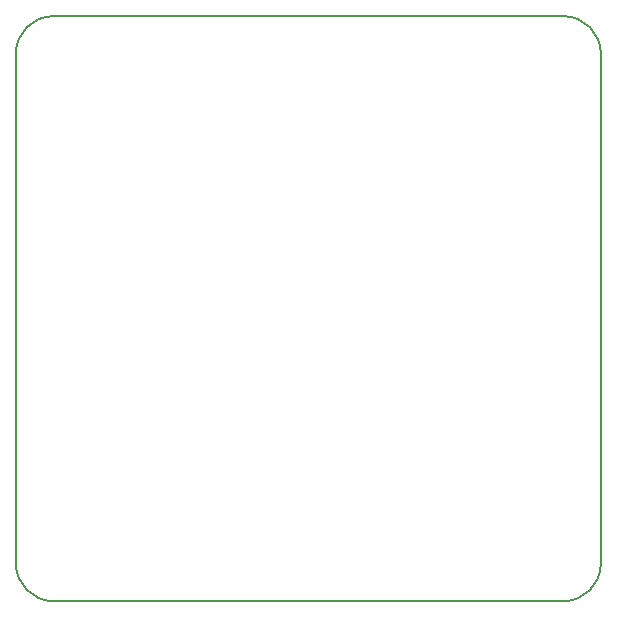
<source format=gm1>
G04 #@! TF.FileFunction,Profile,NP*
%FSLAX46Y46*%
G04 Gerber Fmt 4.6, Leading zero omitted, Abs format (unit mm)*
G04 Created by KiCad (PCBNEW 4.0.0-rc2-1-stable) date Sunday, 29 November 2015 18:47:31*
%MOMM*%
G01*
G04 APERTURE LIST*
%ADD10C,0.100000*%
%ADD11C,0.200000*%
G04 APERTURE END LIST*
D10*
D11*
X128270000Y-79375000D02*
X171450000Y-79375000D01*
X125095000Y-125730000D02*
X125095000Y-82550000D01*
X171450000Y-128905000D02*
X128270000Y-128905000D01*
X174625000Y-82550000D02*
X174625000Y-125730000D01*
X174625000Y-82550000D02*
G75*
G03X171450000Y-79375000I-3175000J0D01*
G01*
X128270000Y-79375000D02*
G75*
G03X125095000Y-82550000I0J-3175000D01*
G01*
X125095000Y-125730000D02*
G75*
G03X128270000Y-128905000I3175000J0D01*
G01*
X171450000Y-128905000D02*
G75*
G03X174625000Y-125730000I0J3175000D01*
G01*
M02*

</source>
